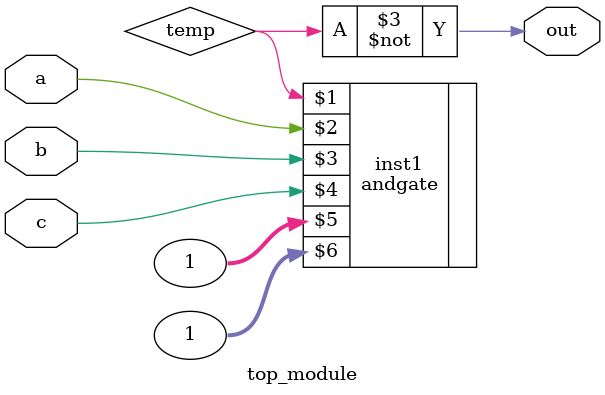
<source format=v>
module top_module (input a, input b, input c, output out);//
	
    wire temp;
    andgate inst1 ( temp, a, b, c, 1, 1 );
    //andgate inst1 ( .a(a), .b(b), .c(c), .d(1), .e(1), .out(temp) );
    assign out = ~ temp;
    
endmodule
</source>
